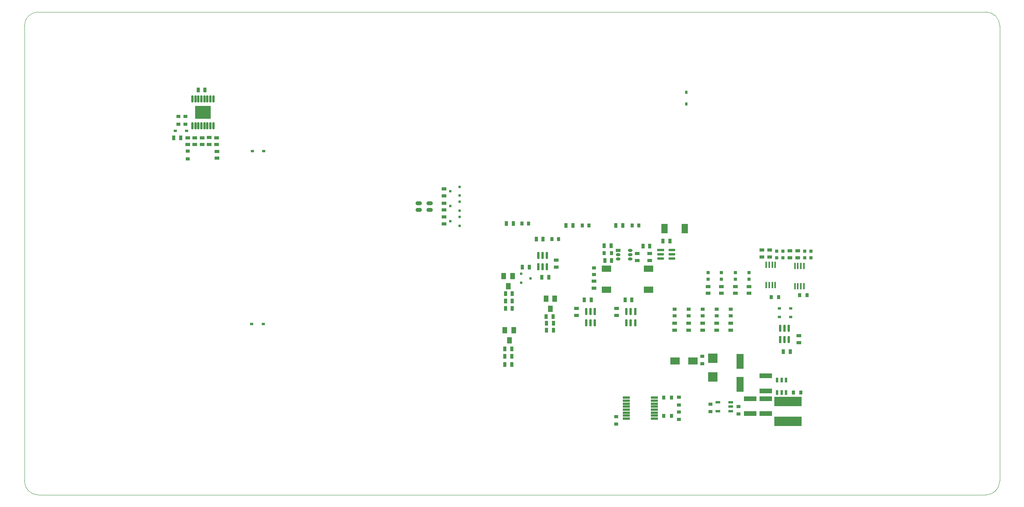
<source format=gtp>
G04*
G04 #@! TF.GenerationSoftware,Altium Limited,Altium Designer,23.10.1 (27)*
G04*
G04 Layer_Color=8421504*
%FSLAX25Y25*%
%MOIN*%
G70*
G04*
G04 #@! TF.SameCoordinates,CFD1AF01-5425-4A94-9F85-96FFE65A43DD*
G04*
G04*
G04 #@! TF.FilePolarity,Positive*
G04*
G01*
G75*
%ADD22C,0.00039*%
%ADD23R,0.02362X0.01968*%
%ADD24R,0.02953X0.03937*%
%ADD25R,0.03150X0.02362*%
%ADD26R,0.03740X0.03150*%
%ADD27R,0.03937X0.02953*%
G04:AMPARAMS|DCode=28|XSize=59.06mil|YSize=17.72mil|CornerRadius=1.95mil|HoleSize=0mil|Usage=FLASHONLY|Rotation=90.000|XOffset=0mil|YOffset=0mil|HoleType=Round|Shape=RoundedRectangle|*
%AMROUNDEDRECTD28*
21,1,0.05906,0.01382,0,0,90.0*
21,1,0.05516,0.01772,0,0,90.0*
1,1,0.00390,0.00691,0.02758*
1,1,0.00390,0.00691,-0.02758*
1,1,0.00390,-0.00691,-0.02758*
1,1,0.00390,-0.00691,0.02758*
%
%ADD28ROUNDEDRECTD28*%
%ADD29R,0.02953X0.03740*%
G04:AMPARAMS|DCode=30|XSize=60.62mil|YSize=22.28mil|CornerRadius=11.14mil|HoleSize=0mil|Usage=FLASHONLY|Rotation=0.000|XOffset=0mil|YOffset=0mil|HoleType=Round|Shape=RoundedRectangle|*
%AMROUNDEDRECTD30*
21,1,0.06062,0.00000,0,0,0.0*
21,1,0.03834,0.02228,0,0,0.0*
1,1,0.02228,0.01917,0.00000*
1,1,0.02228,-0.01917,0.00000*
1,1,0.02228,-0.01917,0.00000*
1,1,0.02228,0.01917,0.00000*
%
%ADD30ROUNDEDRECTD30*%
%ADD31R,0.06062X0.02228*%
%ADD32O,0.03937X0.02756*%
%ADD33R,0.03937X0.02756*%
%ADD34R,0.03740X0.02953*%
%ADD35R,0.08268X0.05512*%
%ADD36R,0.03150X0.03740*%
%ADD37R,0.05512X0.08268*%
%ADD38O,0.05512X0.03543*%
%ADD39R,0.02228X0.06062*%
G04:AMPARAMS|DCode=40|XSize=60.62mil|YSize=22.28mil|CornerRadius=11.14mil|HoleSize=0mil|Usage=FLASHONLY|Rotation=90.000|XOffset=0mil|YOffset=0mil|HoleType=Round|Shape=RoundedRectangle|*
%AMROUNDEDRECTD40*
21,1,0.06062,0.00000,0,0,90.0*
21,1,0.03834,0.02228,0,0,90.0*
1,1,0.02228,0.00000,0.01917*
1,1,0.02228,0.00000,-0.01917*
1,1,0.02228,0.00000,-0.01917*
1,1,0.02228,0.00000,0.01917*
%
%ADD40ROUNDEDRECTD40*%
%ADD41R,0.06299X0.12598*%
%ADD42R,0.02165X0.04134*%
%ADD43R,0.11024X0.04134*%
%ADD44R,0.23622X0.07874*%
G04:AMPARAMS|DCode=45|XSize=29.92mil|YSize=26mil|CornerRadius=3.25mil|HoleSize=0mil|Usage=FLASHONLY|Rotation=180.000|XOffset=0mil|YOffset=0mil|HoleType=Round|Shape=RoundedRectangle|*
%AMROUNDEDRECTD45*
21,1,0.02992,0.01950,0,0,180.0*
21,1,0.02342,0.02600,0,0,180.0*
1,1,0.00650,-0.01171,0.00975*
1,1,0.00650,0.01171,0.00975*
1,1,0.00650,0.01171,-0.00975*
1,1,0.00650,-0.01171,-0.00975*
%
%ADD45ROUNDEDRECTD45*%
%ADD46R,0.08268X0.06496*%
G04:AMPARAMS|DCode=47|XSize=31.5mil|YSize=29.53mil|CornerRadius=3.69mil|HoleSize=0mil|Usage=FLASHONLY|Rotation=180.000|XOffset=0mil|YOffset=0mil|HoleType=Round|Shape=RoundedRectangle|*
%AMROUNDEDRECTD47*
21,1,0.03150,0.02215,0,0,180.0*
21,1,0.02411,0.02953,0,0,180.0*
1,1,0.00738,-0.01206,0.01107*
1,1,0.00738,0.01206,0.01107*
1,1,0.00738,0.01206,-0.01107*
1,1,0.00738,-0.01206,-0.01107*
%
%ADD47ROUNDEDRECTD47*%
%ADD48R,0.01772X0.05709*%
%ADD49R,0.04134X0.02362*%
%ADD50R,0.07874X0.07874*%
%ADD51R,0.03150X0.03150*%
%ADD52R,0.02362X0.03150*%
%ADD53R,0.03937X0.05512*%
G04:AMPARAMS|DCode=54|XSize=17.72mil|YSize=62.99mil|CornerRadius=1.95mil|HoleSize=0mil|Usage=FLASHONLY|Rotation=270.000|XOffset=0mil|YOffset=0mil|HoleType=Round|Shape=RoundedRectangle|*
%AMROUNDEDRECTD54*
21,1,0.01772,0.05909,0,0,270.0*
21,1,0.01382,0.06299,0,0,270.0*
1,1,0.00390,-0.02955,-0.00691*
1,1,0.00390,-0.02955,0.00691*
1,1,0.00390,0.02955,0.00691*
1,1,0.00390,0.02955,-0.00691*
%
%ADD54ROUNDEDRECTD54*%
G36*
X159402Y332683D02*
Y322132D01*
Y322093D01*
X159372Y322021D01*
X159316Y321965D01*
X159244Y321935D01*
X159205D01*
D01*
X146331D01*
X146291D01*
X146219Y321965D01*
X146164Y322021D01*
X146134Y322093D01*
Y322132D01*
D01*
Y332683D01*
Y332723D01*
X146164Y332795D01*
X146219Y332850D01*
X146291Y332880D01*
X146331D01*
D01*
X159205D01*
X159244D01*
X159316Y332850D01*
X159372Y332795D01*
X159402Y332723D01*
Y332683D01*
D01*
D02*
G37*
D22*
X0Y11811D02*
G03*
X11811Y0I11811J0D01*
G01*
X822835D02*
G03*
X834646Y11811I0J11811D01*
G01*
Y401575D02*
G03*
X822835Y413386I-11811J0D01*
G01*
X11811D02*
G03*
X0Y401575I0J-11811D01*
G01*
X11811Y-0D02*
X822835Y0D01*
X834646Y401575D02*
X834646Y11811D01*
X11811Y413386D02*
X822835Y413386D01*
X-0Y401575D02*
X0Y11811D01*
D23*
X433071Y185433D02*
D03*
X425197Y189173D02*
D03*
Y181693D02*
D03*
X364469Y260039D02*
D03*
X372342Y256299D02*
D03*
Y263779D02*
D03*
X364567Y234154D02*
D03*
X372441Y230413D02*
D03*
Y237894D02*
D03*
X364469Y247146D02*
D03*
X372342Y243406D02*
D03*
Y250886D02*
D03*
D24*
X133760Y305610D02*
D03*
X127854D02*
D03*
X512008Y230709D02*
D03*
X506102D02*
D03*
X535236Y212992D02*
D03*
X529331D02*
D03*
X502165Y213386D02*
D03*
X496260D02*
D03*
X496654Y200787D02*
D03*
X502559D02*
D03*
X154527Y346618D02*
D03*
X148622D02*
D03*
X417004Y118762D02*
D03*
X411098D02*
D03*
X655453Y122715D02*
D03*
X649547D02*
D03*
X513949Y166936D02*
D03*
X519854D02*
D03*
X479185D02*
D03*
X485091D02*
D03*
X446500Y152756D02*
D03*
X452406D02*
D03*
X446807Y140863D02*
D03*
X452713D02*
D03*
X411681Y159750D02*
D03*
X417587D02*
D03*
X412402Y232283D02*
D03*
X418307D02*
D03*
X437992Y218898D02*
D03*
X443898D02*
D03*
X411646Y172255D02*
D03*
X417551D02*
D03*
X417520Y166043D02*
D03*
X411614D02*
D03*
X411047Y125000D02*
D03*
X416953D02*
D03*
X411098Y111659D02*
D03*
X417004D02*
D03*
X452658Y147047D02*
D03*
X446752D02*
D03*
X552362Y217323D02*
D03*
X546457D02*
D03*
X463583Y230709D02*
D03*
X469488D02*
D03*
X448846Y186227D02*
D03*
X442941D02*
D03*
X432087Y194882D02*
D03*
X426181D02*
D03*
D25*
X129035Y311516D02*
D03*
X138878D02*
D03*
X655921Y159715D02*
D03*
X646079D02*
D03*
X194984Y294408D02*
D03*
X204827D02*
D03*
X194484Y146416D02*
D03*
X204327D02*
D03*
X655921Y152215D02*
D03*
X646079D02*
D03*
D26*
X137894Y317323D02*
D03*
Y323819D02*
D03*
X139665Y294291D02*
D03*
Y287795D02*
D03*
X131693Y323819D02*
D03*
Y317323D02*
D03*
X560000Y64480D02*
D03*
Y70976D02*
D03*
X611000Y69252D02*
D03*
Y75748D02*
D03*
X587000Y71252D02*
D03*
Y77748D02*
D03*
X560000Y76980D02*
D03*
Y83476D02*
D03*
X506500Y60480D02*
D03*
Y66976D02*
D03*
D27*
X139665Y305807D02*
D03*
Y299902D02*
D03*
X164567Y305807D02*
D03*
Y299902D02*
D03*
X164665Y294094D02*
D03*
Y288189D02*
D03*
X535039Y206496D02*
D03*
Y200591D02*
D03*
X524409Y206496D02*
D03*
Y200591D02*
D03*
X487402Y182874D02*
D03*
Y176969D02*
D03*
X359055Y243898D02*
D03*
Y249803D02*
D03*
Y237992D02*
D03*
Y232087D02*
D03*
Y256102D02*
D03*
Y262008D02*
D03*
X145866Y299902D02*
D03*
Y305807D02*
D03*
X152067Y299902D02*
D03*
Y305807D02*
D03*
X158268Y299955D02*
D03*
Y305861D02*
D03*
X661709Y208827D02*
D03*
Y202921D02*
D03*
X620047Y172547D02*
D03*
Y178453D02*
D03*
X596547Y172547D02*
D03*
Y178453D02*
D03*
X472278Y153661D02*
D03*
Y159567D02*
D03*
X608547Y172547D02*
D03*
Y178453D02*
D03*
X662623Y136167D02*
D03*
Y130262D02*
D03*
X585047Y172547D02*
D03*
Y178453D02*
D03*
X506778Y153661D02*
D03*
Y159567D02*
D03*
X455118Y200984D02*
D03*
Y195079D02*
D03*
X655209Y202921D02*
D03*
Y208827D02*
D03*
X631193Y209693D02*
D03*
Y203787D02*
D03*
X637693Y203787D02*
D03*
Y209693D02*
D03*
X580500Y146953D02*
D03*
Y141047D02*
D03*
X592500Y146953D02*
D03*
Y141047D02*
D03*
X604500Y146953D02*
D03*
Y141047D02*
D03*
X568500Y146953D02*
D03*
Y141047D02*
D03*
X556500Y146953D02*
D03*
Y141047D02*
D03*
D28*
X143811Y338825D02*
D03*
X146370D02*
D03*
X148929D02*
D03*
X151488D02*
D03*
X154047D02*
D03*
X156606D02*
D03*
X159165D02*
D03*
X161724D02*
D03*
Y315990D02*
D03*
X159165D02*
D03*
X156606D02*
D03*
X154047D02*
D03*
X151488D02*
D03*
X148929D02*
D03*
X146370D02*
D03*
X143811D02*
D03*
D29*
X519980Y230709D02*
D03*
X525689D02*
D03*
X477461D02*
D03*
X483169D02*
D03*
X451476Y218898D02*
D03*
X457185D02*
D03*
X425886Y232283D02*
D03*
X431595D02*
D03*
D30*
X553998Y209646D02*
D03*
Y205906D02*
D03*
Y202165D02*
D03*
X544427D02*
D03*
Y205906D02*
D03*
D31*
Y209646D02*
D03*
D32*
X518504Y201969D02*
D03*
Y205709D02*
D03*
Y209449D02*
D03*
X508268Y201969D02*
D03*
Y205709D02*
D03*
D33*
Y209449D02*
D03*
D34*
X487402Y188484D02*
D03*
Y194193D02*
D03*
X580500Y153146D02*
D03*
Y158854D02*
D03*
X604500Y153146D02*
D03*
Y158854D02*
D03*
X592500Y153146D02*
D03*
Y158854D02*
D03*
X568500Y153146D02*
D03*
Y158854D02*
D03*
X556500Y153146D02*
D03*
Y158854D02*
D03*
D35*
X498228Y175787D02*
D03*
Y193504D02*
D03*
X534055D02*
D03*
Y175787D02*
D03*
D36*
X495965Y207087D02*
D03*
X502461D02*
D03*
X658004Y87500D02*
D03*
X664500D02*
D03*
X547252Y67728D02*
D03*
X553748D02*
D03*
X547252Y83228D02*
D03*
X553748D02*
D03*
X645472Y169424D02*
D03*
X638976D02*
D03*
X669783Y170866D02*
D03*
X663287D02*
D03*
D37*
X547638Y227953D02*
D03*
X564961D02*
D03*
D38*
X337598Y249803D02*
D03*
Y243898D02*
D03*
X346654Y249803D02*
D03*
Y243898D02*
D03*
D39*
X439653Y195441D02*
D03*
X488142Y156900D02*
D03*
X522642D02*
D03*
X646760Y132929D02*
D03*
D40*
X443394Y195441D02*
D03*
X447134D02*
D03*
Y205012D02*
D03*
X443394D02*
D03*
X439653D02*
D03*
X484402Y156900D02*
D03*
X480661D02*
D03*
Y147329D02*
D03*
X484402D02*
D03*
X488142D02*
D03*
X518902Y156900D02*
D03*
X515161D02*
D03*
Y147329D02*
D03*
X518902D02*
D03*
X522642D02*
D03*
X650500Y132929D02*
D03*
X654240D02*
D03*
Y142500D02*
D03*
X650500D02*
D03*
X646760D02*
D03*
D41*
X612500Y94657D02*
D03*
Y114342D02*
D03*
D42*
X651740Y87783D02*
D03*
X648000D02*
D03*
X644260D02*
D03*
Y98216D02*
D03*
X648000D02*
D03*
X651740D02*
D03*
D43*
X634500Y89102D02*
D03*
Y101898D02*
D03*
Y82398D02*
D03*
Y69602D02*
D03*
X621000Y82398D02*
D03*
Y69602D02*
D03*
D44*
X653465Y63000D02*
D03*
Y79929D02*
D03*
D45*
X667709Y203118D02*
D03*
Y208630D02*
D03*
X673209Y203118D02*
D03*
Y208630D02*
D03*
X649193Y202984D02*
D03*
Y208496D02*
D03*
X643693Y202984D02*
D03*
Y208496D02*
D03*
D46*
X556823Y114500D02*
D03*
X572177D02*
D03*
D47*
X580000Y112350D02*
D03*
Y118650D02*
D03*
D48*
X659370Y178713D02*
D03*
X661929D02*
D03*
X664488D02*
D03*
X667047D02*
D03*
Y196035D02*
D03*
X664488D02*
D03*
X661929D02*
D03*
X659370D02*
D03*
X634854Y179579D02*
D03*
X637413D02*
D03*
X639972D02*
D03*
X642531D02*
D03*
Y196902D02*
D03*
X639972D02*
D03*
X637413D02*
D03*
X634854D02*
D03*
D49*
X593587Y71760D02*
D03*
Y79240D02*
D03*
X604413D02*
D03*
Y75500D02*
D03*
Y71760D02*
D03*
D50*
X589000Y116874D02*
D03*
Y101126D02*
D03*
D51*
X596547Y184547D02*
D03*
Y190453D02*
D03*
X620047Y184547D02*
D03*
Y190453D02*
D03*
X608547Y184547D02*
D03*
Y190453D02*
D03*
X585047Y184547D02*
D03*
Y190453D02*
D03*
D52*
X566335Y344559D02*
D03*
Y334717D02*
D03*
D53*
X453933Y167930D02*
D03*
X446453D02*
D03*
X450193Y159269D02*
D03*
X417740Y187331D02*
D03*
X410260D02*
D03*
X414000Y178669D02*
D03*
X418740Y140962D02*
D03*
X411260D02*
D03*
X415000Y132300D02*
D03*
D54*
X514992Y83185D02*
D03*
Y80626D02*
D03*
Y78067D02*
D03*
Y75508D02*
D03*
Y72949D02*
D03*
Y70390D02*
D03*
Y67831D02*
D03*
Y65272D02*
D03*
X539008Y83185D02*
D03*
Y80626D02*
D03*
Y78067D02*
D03*
Y75508D02*
D03*
Y72949D02*
D03*
Y70390D02*
D03*
Y67831D02*
D03*
Y65272D02*
D03*
M02*

</source>
